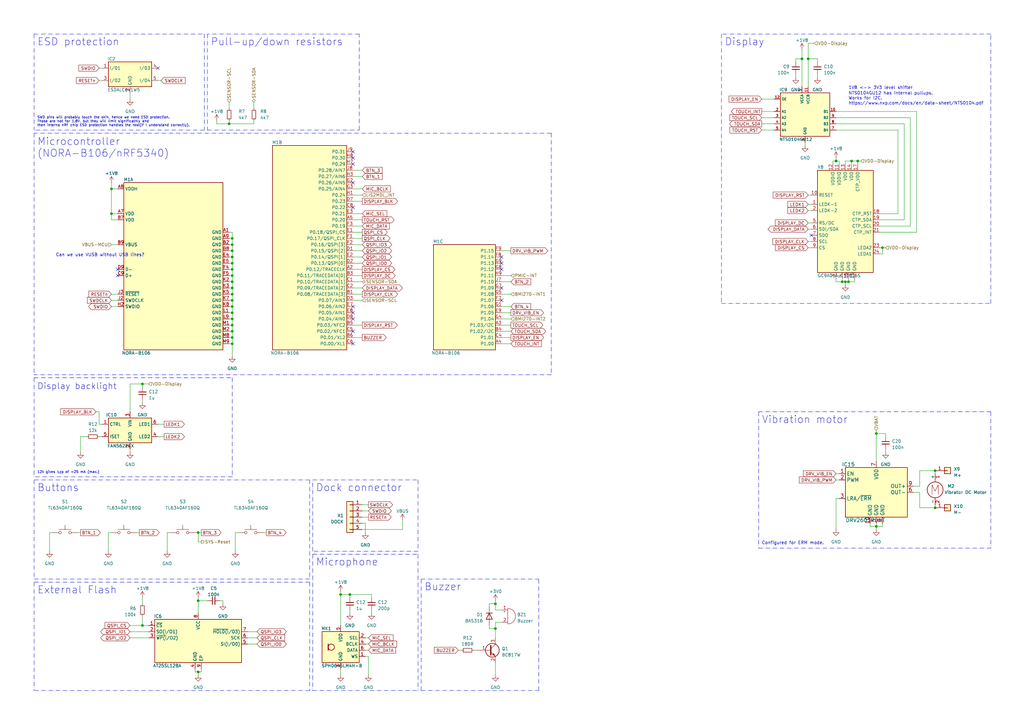
<source format=kicad_sch>
(kicad_sch (version 20230121) (generator eeschema)
  (paper "A3")
  (title_block (title "ZSWatch v2") (date "2023-11-29") (rev "5-Draft") (company "github.com/jakkra/ZSWatch-HW"))
  (junction (at 95.25 123.19))
  (junction (at 95.25 107.95))
  (junction (at 361.95 101.6))
  (junction (at 95.25 100.33))
  (junction (at 331.47 24.13))
  (junction (at 95.25 130.81))
  (junction (at 95.25 115.57))
  (junction (at 58.42 256.54))
  (junction (at 95.25 113.03))
  (junction (at 95.25 138.43))
  (junction (at 203.2 257.81))
  (junction (at 342.9 66.04))
  (junction (at 95.25 110.49))
  (junction (at 143.51 243.84))
  (junction (at 95.25 140.97))
  (junction (at 95.25 105.41))
  (junction (at 359.41 215.9))
  (junction (at 383.54 208.28))
  (junction (at 95.25 118.11))
  (junction (at 95.25 128.27))
  (junction (at 139.7 243.84))
  (junction (at 95.25 97.79))
  (junction (at 93.98 50.8))
  (junction (at 95.25 120.65))
  (junction (at 383.54 193.04))
  (junction (at 58.42 157.48))
  (junction (at 81.28 218.44))
  (junction (at 95.25 135.89))
  (junction (at 346.71 115.57))
  (junction (at 347.98 115.57))
  (junction (at 45.72 77.47))
  (junction (at 95.25 133.35))
  (junction (at 345.44 115.57))
  (junction (at 359.41 177.8))
  (junction (at 81.28 246.38))
  (junction (at 95.25 125.73))
  (junction (at 95.25 102.87))
  (junction (at 328.93 24.13))
  (junction (at 45.72 87.63))
  (junction (at 349.25 66.04))
  (junction (at 203.2 247.65))
  (junction (at 81.28 275.59))
  (junction (at 351.79 66.04))
  (no_connect (at 144.78 140.97))
  (no_connect (at 332.74 96.52))
  (no_connect (at 144.78 67.31))
  (no_connect (at 48.26 113.03))
  (no_connect (at 48.26 110.49))
  (no_connect (at 144.78 62.23))
  (no_connect (at 205.74 123.19))
  (no_connect (at 205.74 107.95))
  (no_connect (at 144.78 64.77))
  (no_connect (at 144.78 135.89))
  (no_connect (at 205.74 105.41))
  (no_connect (at 64.77 27.94))
  (no_connect (at 144.78 125.73))
  (no_connect (at 144.78 128.27))
  (no_connect (at 144.78 74.93))
  (no_connect (at 205.74 110.49))
  (no_connect (at 144.78 85.09))
  (no_connect (at 205.74 118.11))
  (no_connect (at 144.78 130.81))
  (wire (pts (xy 346.71 115.57) (xy 346.71 116.84)))
  (wire (pts (xy 331.47 91.44) (xy 332.74 91.44)))
  (wire (pts (xy 328.93 24.13) (xy 328.93 35.56)))
  (polyline (pts (xy 171.45 226.06) (xy 128.27 226.06)) (stroke (width 0) (type dash_dot)))
  (wire (pts (xy 60.96 157.48) (xy 58.42 157.48)))
  (wire (pts (xy 53.34 157.48) (xy 53.34 168.91)))
  (wire (pts (xy 331.47 83.82) (xy 332.74 83.82)))
  (polyline (pts (xy 127 237.49) (xy 13.97 237.49)) (stroke (width 0) (type dash_dot)))
  (wire (pts (xy 95.25 140.97) (xy 95.25 146.05)))
  (polyline (pts (xy 226.06 54.61) (xy 13.97 54.61)) (stroke (width 0) (type dash_dot)))
  (wire (pts (xy 370.84 50.8) (xy 370.84 90.17)))
  (wire (pts (xy 95.25 97.79) (xy 95.25 100.33)))
  (wire (pts (xy 35.56 179.07) (xy 33.02 179.07)))
  (wire (pts (xy 203.2 246.38) (xy 203.2 247.65)))
  (polyline (pts (xy 311.15 224.79) (xy 406.4 224.79)) (stroke (width 0) (type dash_dot)))
  (wire (pts (xy 205.74 255.27) (xy 203.2 255.27)))
  (wire (pts (xy 95.25 110.49) (xy 95.25 113.03)))
  (wire (pts (xy 41.91 33.02) (xy 40.64 33.02)))
  (wire (pts (xy 45.72 74.93) (xy 45.72 77.47)))
  (wire (pts (xy 143.51 250.19) (xy 143.51 251.46)))
  (wire (pts (xy 40.64 27.94) (xy 41.91 27.94)))
  (wire (pts (xy 151.13 209.55) (xy 148.59 209.55)))
  (wire (pts (xy 88.9 50.8) (xy 88.9 49.53)))
  (wire (pts (xy 331.47 17.78) (xy 331.47 24.13)))
  (wire (pts (xy 345.44 115.57) (xy 346.71 115.57)))
  (polyline (pts (xy 226.06 153.67) (xy 13.97 153.67)) (stroke (width 0) (type dash_dot)))
  (wire (pts (xy 58.42 163.83) (xy 58.42 165.1)))
  (wire (pts (xy 144.78 113.03) (xy 148.59 113.03)))
  (wire (pts (xy 151.13 212.09) (xy 148.59 212.09)))
  (wire (pts (xy 143.51 243.84) (xy 152.4 243.84)))
  (wire (pts (xy 143.51 243.84) (xy 139.7 243.84)))
  (wire (pts (xy 95.25 125.73) (xy 95.25 128.27)))
  (wire (pts (xy 82.55 274.32) (xy 82.55 275.59)))
  (wire (pts (xy 361.95 104.14) (xy 361.95 101.6)))
  (wire (pts (xy 144.78 69.85) (xy 148.59 69.85)))
  (wire (pts (xy 360.68 95.25) (xy 375.92 95.25)))
  (wire (pts (xy 342.9 114.3) (xy 342.9 115.57)))
  (wire (pts (xy 144.78 120.65) (xy 148.59 120.65)))
  (wire (pts (xy 205.74 135.89) (xy 209.55 135.89)))
  (wire (pts (xy 312.42 53.34) (xy 317.5 53.34)))
  (wire (pts (xy 144.78 100.33) (xy 148.59 100.33)))
  (wire (pts (xy 383.54 208.28) (xy 377.19 208.28)))
  (polyline (pts (xy 128.27 196.85) (xy 171.45 196.85)) (stroke (width 0) (type dash_dot)))
  (wire (pts (xy 144.78 82.55) (xy 148.59 82.55)))
  (wire (pts (xy 95.25 133.35) (xy 93.98 133.35)))
  (wire (pts (xy 53.34 38.1) (xy 53.34 40.64)))
  (wire (pts (xy 203.2 257.81) (xy 203.2 261.62)))
  (wire (pts (xy 345.44 115.57) (xy 345.44 114.3)))
  (polyline (pts (xy 295.91 124.46) (xy 406.4 124.46)) (stroke (width 0) (type dash_dot)))
  (polyline (pts (xy 13.97 154.94) (xy 13.97 195.58)) (stroke (width 0) (type dash_dot)))
  (wire (pts (xy 359.41 215.9) (xy 359.41 214.63)))
  (wire (pts (xy 205.74 115.57) (xy 209.55 115.57)))
  (wire (pts (xy 58.42 157.48) (xy 58.42 158.75)))
  (polyline (pts (xy 127 196.85) (xy 127 237.49)) (stroke (width 0) (type dash_dot)))
  (wire (pts (xy 95.25 123.19) (xy 95.25 125.73)))
  (wire (pts (xy 44.45 218.44) (xy 45.72 218.44)))
  (wire (pts (xy 64.77 173.99) (xy 67.31 173.99)))
  (wire (pts (xy 95.25 135.89) (xy 95.25 138.43)))
  (polyline (pts (xy 127 238.76) (xy 127 283.21)) (stroke (width 0) (type dash_dot)))
  (wire (pts (xy 331.47 86.36) (xy 332.74 86.36)))
  (polyline (pts (xy 406.4 124.46) (xy 406.4 13.97)) (stroke (width 0) (type dash_dot)))
  (wire (pts (xy 95.25 135.89) (xy 93.98 135.89)))
  (wire (pts (xy 342.9 196.85) (xy 344.17 196.85)))
  (wire (pts (xy 80.01 274.32) (xy 80.01 275.59)))
  (wire (pts (xy 45.72 120.65) (xy 48.26 120.65)))
  (wire (pts (xy 356.87 214.63) (xy 356.87 215.9)))
  (wire (pts (xy 203.2 257.81) (xy 200.66 257.81)))
  (wire (pts (xy 45.72 123.19) (xy 48.26 123.19)))
  (wire (pts (xy 205.74 113.03) (xy 209.55 113.03)))
  (wire (pts (xy 342.9 194.31) (xy 344.17 194.31)))
  (polyline (pts (xy 311.15 168.91) (xy 311.15 224.79)) (stroke (width 0) (type dash_dot)))
  (wire (pts (xy 149.86 269.24) (xy 151.13 269.24)))
  (wire (pts (xy 205.74 120.65) (xy 209.55 120.65)))
  (wire (pts (xy 53.34 261.62) (xy 60.96 261.62)))
  (wire (pts (xy 205.74 133.35) (xy 209.55 133.35)))
  (wire (pts (xy 144.78 115.57) (xy 148.59 115.57)))
  (polyline (pts (xy 13.97 238.76) (xy 13.97 283.21)) (stroke (width 0) (type dash_dot)))
  (polyline (pts (xy 127 196.85) (xy 13.97 196.85)) (stroke (width 0) (type dash_dot)))
  (wire (pts (xy 346.71 115.57) (xy 347.98 115.57)))
  (wire (pts (xy 351.79 66.04) (xy 351.79 67.31)))
  (wire (pts (xy 95.25 118.11) (xy 93.98 118.11)))
  (wire (pts (xy 31.75 218.44) (xy 33.02 218.44)))
  (wire (pts (xy 81.28 275.59) (xy 82.55 275.59)))
  (wire (pts (xy 375.92 45.72) (xy 375.92 95.25)))
  (wire (pts (xy 95.25 120.65) (xy 95.25 123.19)))
  (polyline (pts (xy 171.45 196.85) (xy 171.45 226.06)) (stroke (width 0) (type dash_dot)))
  (wire (pts (xy 200.66 247.65) (xy 203.2 247.65)))
  (wire (pts (xy 95.25 125.73) (xy 93.98 125.73)))
  (wire (pts (xy 331.47 24.13) (xy 331.47 35.56)))
  (wire (pts (xy 383.54 207.01) (xy 383.54 208.28)))
  (polyline (pts (xy 172.72 283.21) (xy 220.98 283.21)) (stroke (width 0) (type dash_dot)))
  (wire (pts (xy 45.72 87.63) (xy 45.72 77.47)))
  (polyline (pts (xy 95.25 154.94) (xy 95.25 195.58)) (stroke (width 0) (type dash_dot)))
  (wire (pts (xy 205.74 128.27) (xy 209.55 128.27)))
  (wire (pts (xy 359.41 176.53) (xy 359.41 177.8)))
  (wire (pts (xy 97.79 218.44) (xy 96.52 218.44)))
  (polyline (pts (xy 295.91 13.97) (xy 295.91 124.46)) (stroke (width 0) (type dash_dot)))
  (polyline (pts (xy 226.06 54.61) (xy 226.06 153.67)) (stroke (width 0) (type dash_dot)))
  (wire (pts (xy 95.25 110.49) (xy 93.98 110.49)))
  (polyline (pts (xy 13.97 13.97) (xy 13.97 53.34)) (stroke (width 0) (type dash_dot)))
  (wire (pts (xy 342.9 45.72) (xy 375.92 45.72)))
  (wire (pts (xy 144.78 90.17) (xy 148.59 90.17)))
  (wire (pts (xy 312.42 40.64) (xy 317.5 40.64)))
  (wire (pts (xy 95.25 115.57) (xy 95.25 118.11)))
  (wire (pts (xy 342.9 115.57) (xy 345.44 115.57)))
  (wire (pts (xy 361.95 214.63) (xy 361.95 215.9)))
  (wire (pts (xy 90.17 246.38) (xy 91.44 246.38)))
  (wire (pts (xy 139.7 243.84) (xy 139.7 256.54)))
  (wire (pts (xy 95.25 115.57) (xy 93.98 115.57)))
  (wire (pts (xy 203.2 255.27) (xy 203.2 257.81)))
  (polyline (pts (xy 127 238.76) (xy 13.97 238.76)) (stroke (width 0) (type dash_dot)))
  (wire (pts (xy 45.72 100.33) (xy 48.26 100.33)))
  (wire (pts (xy 374.65 199.39) (xy 377.19 199.39)))
  (wire (pts (xy 144.78 97.79) (xy 148.59 97.79)))
  (wire (pts (xy 139.7 274.32) (xy 139.7 276.86)))
  (polyline (pts (xy 406.4 168.91) (xy 406.4 224.79)) (stroke (width 0) (type dash_dot)))
  (wire (pts (xy 45.72 90.17) (xy 45.72 87.63)))
  (wire (pts (xy 152.4 243.84) (xy 152.4 245.11)))
  (wire (pts (xy 359.41 215.9) (xy 359.41 217.17)))
  (polyline (pts (xy 85.09 13.97) (xy 85.09 53.34)) (stroke (width 0) (type dash_dot)))
  (wire (pts (xy 68.58 218.44) (xy 69.85 218.44)))
  (wire (pts (xy 41.91 173.99) (xy 40.64 173.99)))
  (wire (pts (xy 95.25 95.25) (xy 95.25 97.79)))
  (wire (pts (xy 205.74 125.73) (xy 209.55 125.73)))
  (polyline (pts (xy 127 283.21) (xy 13.97 283.21)) (stroke (width 0) (type dash_dot)))
  (polyline (pts (xy 128.27 227.33) (xy 128.27 283.21)) (stroke (width 0) (type dash_dot)))
  (wire (pts (xy 20.32 218.44) (xy 20.32 226.06)))
  (wire (pts (xy 200.66 248.92) (xy 200.66 247.65)))
  (wire (pts (xy 95.25 102.87) (xy 93.98 102.87)))
  (polyline (pts (xy 406.4 168.91) (xy 311.15 168.91)) (stroke (width 0) (type dash_dot)))
  (wire (pts (xy 356.87 215.9) (xy 359.41 215.9)))
  (wire (pts (xy 344.17 66.04) (xy 342.9 66.04)))
  (wire (pts (xy 165.1 213.36) (xy 165.1 217.17)))
  (wire (pts (xy 95.25 118.11) (xy 95.25 120.65)))
  (polyline (pts (xy 128.27 226.06) (xy 128.27 196.85)) (stroke (width 0) (type dash_dot)))
  (wire (pts (xy 347.98 115.57) (xy 350.52 115.57)))
  (polyline (pts (xy 83.82 13.97) (xy 83.82 53.34)) (stroke (width 0) (type dash_dot)))
  (wire (pts (xy 95.25 95.25) (xy 93.98 95.25)))
  (wire (pts (xy 148.59 217.17) (xy 165.1 217.17)))
  (wire (pts (xy 361.95 215.9) (xy 359.41 215.9)))
  (wire (pts (xy 81.28 246.38) (xy 81.28 245.11)))
  (wire (pts (xy 58.42 256.54) (xy 60.96 256.54)))
  (wire (pts (xy 95.25 97.79) (xy 93.98 97.79)))
  (wire (pts (xy 81.28 246.38) (xy 81.28 251.46)))
  (wire (pts (xy 95.25 128.27) (xy 95.25 130.81)))
  (wire (pts (xy 95.25 133.35) (xy 95.25 135.89)))
  (wire (pts (xy 53.34 256.54) (xy 58.42 256.54)))
  (wire (pts (xy 383.54 193.04) (xy 383.54 194.31)))
  (wire (pts (xy 149.86 266.7) (xy 151.13 266.7)))
  (wire (pts (xy 95.25 130.81) (xy 93.98 130.81)))
  (wire (pts (xy 68.58 218.44) (xy 68.58 226.06)))
  (wire (pts (xy 363.22 177.8) (xy 363.22 179.07)))
  (wire (pts (xy 342.9 204.47) (xy 342.9 217.17)))
  (wire (pts (xy 144.78 72.39) (xy 148.59 72.39)))
  (wire (pts (xy 342.9 66.04) (xy 341.63 66.04)))
  (wire (pts (xy 368.3 53.34) (xy 368.3 87.63)))
  (wire (pts (xy 93.98 50.8) (xy 88.9 50.8)))
  (polyline (pts (xy 406.4 13.97) (xy 295.91 13.97)) (stroke (width 0) (type dash_dot)))
  (wire (pts (xy 53.34 259.08) (xy 60.96 259.08)))
  (wire (pts (xy 95.25 140.97) (xy 93.98 140.97)))
  (wire (pts (xy 187.96 266.7) (xy 189.23 266.7)))
  (polyline (pts (xy 171.45 227.33) (xy 171.45 283.21)) (stroke (width 0) (type dash_dot)))
  (wire (pts (xy 149.86 261.62) (xy 151.13 261.62)))
  (wire (pts (xy 312.42 48.26) (xy 317.5 48.26)))
  (wire (pts (xy 312.42 45.72) (xy 317.5 45.72)))
  (wire (pts (xy 330.2 58.42) (xy 330.2 59.69)))
  (wire (pts (xy 203.2 247.65) (xy 203.2 250.19)))
  (wire (pts (xy 148.59 214.63) (xy 149.86 214.63)))
  (wire (pts (xy 312.42 50.8) (xy 317.5 50.8)))
  (wire (pts (xy 91.44 246.38) (xy 91.44 247.65)))
  (wire (pts (xy 326.39 25.4) (xy 326.39 24.13)))
  (wire (pts (xy 95.25 113.03) (xy 95.25 115.57)))
  (wire (pts (xy 331.47 80.01) (xy 332.74 80.01)))
  (wire (pts (xy 344.17 66.04) (xy 344.17 67.31)))
  (wire (pts (xy 66.04 33.02) (xy 64.77 33.02)))
  (wire (pts (xy 359.41 177.8) (xy 363.22 177.8)))
  (polyline (pts (xy 95.25 195.58) (xy 13.97 195.58)) (stroke (width 0) (type dash_dot)))
  (polyline (pts (xy 147.32 53.34) (xy 147.32 13.97)) (stroke (width 0) (type dash_dot)))
  (wire (pts (xy 344.17 204.47) (xy 342.9 204.47)))
  (wire (pts (xy 205.74 140.97) (xy 209.55 140.97)))
  (wire (pts (xy 144.78 102.87) (xy 148.59 102.87)))
  (wire (pts (xy 95.25 138.43) (xy 93.98 138.43)))
  (wire (pts (xy 58.42 157.48) (xy 53.34 157.48)))
  (wire (pts (xy 107.95 218.44) (xy 109.22 218.44)))
  (wire (pts (xy 349.25 66.04) (xy 351.79 66.04)))
  (wire (pts (xy 95.25 107.95) (xy 95.25 110.49)))
  (wire (pts (xy 81.28 218.44) (xy 82.55 218.44)))
  (wire (pts (xy 104.14 41.91) (xy 104.14 44.45)))
  (wire (pts (xy 359.41 177.8) (xy 359.41 189.23)))
  (wire (pts (xy 203.2 271.78) (xy 203.2 276.86)))
  (polyline (pts (xy 85.09 53.34) (xy 147.32 53.34)) (stroke (width 0) (type dash_dot)))
  (wire (pts (xy 144.78 123.19) (xy 148.59 123.19)))
  (wire (pts (xy 81.28 222.25) (xy 81.28 218.44)))
  (wire (pts (xy 96.52 218.44) (xy 96.52 226.06)))
  (wire (pts (xy 139.7 242.57) (xy 139.7 243.84)))
  (wire (pts (xy 104.14 49.53) (xy 104.14 50.8)))
  (polyline (pts (xy 13.97 154.94) (xy 95.25 154.94)) (stroke (width 0) (type dash_dot)))
  (wire (pts (xy 335.28 25.4) (xy 335.28 24.13)))
  (polyline (pts (xy 147.32 13.97) (xy 85.09 13.97)) (stroke (width 0) (type dash_dot)))
  (polyline (pts (xy 13.97 13.97) (xy 83.82 13.97)) (stroke (width 0) (type dash_dot)))
  (polyline (pts (xy 128.27 283.21) (xy 171.45 283.21)) (stroke (width 0) (type dash_dot)))
  (wire (pts (xy 377.19 199.39) (xy 377.19 193.04)))
  (wire (pts (xy 95.25 138.43) (xy 95.25 140.97)))
  (wire (pts (xy 342.9 53.34) (xy 368.3 53.34)))
  (wire (pts (xy 144.78 95.25) (xy 148.59 95.25)))
  (wire (pts (xy 151.13 207.01) (xy 148.59 207.01)))
  (wire (pts (xy 149.86 214.63) (xy 149.86 218.44)))
  (wire (pts (xy 360.68 92.71) (xy 373.38 92.71)))
  (wire (pts (xy 331.47 99.06) (xy 332.74 99.06)))
  (wire (pts (xy 144.78 105.41) (xy 148.59 105.41)))
  (wire (pts (xy 95.25 120.65) (xy 93.98 120.65)))
  (wire (pts (xy 95.25 105.41) (xy 93.98 105.41)))
  (wire (pts (xy 95.25 130.81) (xy 95.25 133.35)))
  (wire (pts (xy 346.71 66.04) (xy 349.25 66.04)))
  (wire (pts (xy 95.25 100.33) (xy 95.25 102.87)))
  (polyline (pts (xy 13.97 54.61) (xy 13.97 153.67)) (stroke (width 0) (type dash_dot)))
  (wire (pts (xy 39.37 168.91) (xy 40.64 168.91)))
  (wire (pts (xy 104.14 50.8) (xy 93.98 50.8)))
  (wire (pts (xy 33.02 179.07) (xy 33.02 185.42)))
  (wire (pts (xy 144.78 87.63) (xy 148.59 87.63)))
  (wire (pts (xy 360.68 101.6) (xy 361.95 101.6)))
  (polyline (pts (xy 128.27 227.33) (xy 171.45 227.33)) (stroke (width 0) (type dash_dot)))
  (wire (pts (xy 144.78 107.95) (xy 148.59 107.95)))
  (wire (pts (xy 44.45 218.44) (xy 44.45 226.06)))
  (polyline (pts (xy 13.97 196.85) (xy 13.97 237.49)) (stroke (width 0) (type dash_dot)))
  (wire (pts (xy 350.52 115.57) (xy 350.52 114.3)))
  (wire (pts (xy 326.39 30.48) (xy 326.39 31.75)))
  (wire (pts (xy 205.74 130.81) (xy 209.55 130.81)))
  (wire (pts (xy 143.51 243.84) (xy 143.51 245.11)))
  (wire (pts (xy 144.78 118.11) (xy 148.59 118.11)))
  (wire (pts (xy 360.68 90.17) (xy 370.84 90.17)))
  (wire (pts (xy 326.39 24.13) (xy 328.93 24.13)))
  (wire (pts (xy 93.98 41.91) (xy 93.98 44.45)))
  (wire (pts (xy 95.25 105.41) (xy 95.25 107.95)))
  (wire (pts (xy 95.25 128.27) (xy 93.98 128.27)))
  (wire (pts (xy 194.31 266.7) (xy 195.58 266.7)))
  (wire (pts (xy 95.25 113.03) (xy 93.98 113.03)))
  (wire (pts (xy 53.34 184.15) (xy 53.34 185.42)))
  (wire (pts (xy 81.28 246.38) (xy 85.09 246.38)))
  (wire (pts (xy 81.28 275.59) (xy 81.28 276.86)))
  (wire (pts (xy 151.13 269.24) (xy 151.13 276.86)))
  (wire (pts (xy 101.6 261.62) (xy 105.41 261.62)))
  (wire (pts (xy 80.01 218.44) (xy 81.28 218.44)))
  (wire (pts (xy 205.74 102.87) (xy 209.55 102.87)))
  (wire (pts (xy 334.01 17.78) (xy 331.47 17.78)))
  (wire (pts (xy 58.42 252.73) (xy 58.42 256.54)))
  (wire (pts (xy 342.9 50.8) (xy 370.84 50.8)))
  (wire (pts (xy 144.78 77.47) (xy 148.59 77.47)))
  (wire (pts (xy 342.9 48.26) (xy 373.38 48.26)))
  (wire (pts (xy 101.6 259.08) (xy 105.41 259.08)))
  (wire (pts (xy 21.59 218.44) (xy 20.32 218.44)))
  (wire (pts (xy 93.98 49.53) (xy 93.98 50.8)))
  (wire (pts (xy 200.66 256.54) (xy 200.66 257.81)))
  (wire (pts (xy 40.64 173.99) (xy 40.64 168.91)))
  (wire (pts (xy 328.93 20.32) (xy 328.93 24.13)))
  (wire (pts (xy 45.72 77.47) (xy 48.26 77.47)))
  (wire (pts (xy 331.47 93.98) (xy 332.74 93.98)))
  (wire (pts (xy 360.68 87.63) (xy 368.3 87.63)))
  (polyline (pts (xy 172.72 283.21) (xy 172.72 237.49)) (stroke (width 0) (type dash_dot)))
  (wire (pts (xy 205.74 138.43) (xy 209.55 138.43)))
  (wire (pts (xy 64.77 179.07) (xy 67.31 179.07)))
  (wire (pts (xy 335.28 24.13) (xy 331.47 24.13)))
  (wire (pts (xy 361.95 101.6) (xy 363.22 101.6)))
  (wire (pts (xy 351.79 66.04) (xy 353.06 66.04)))
  (polyline (pts (xy 172.72 237.49) (xy 220.98 237.49)) (stroke (width 0) (type dash_dot)))
  (wire (pts (xy 95.25 123.19) (xy 93.98 123.19)))
  (wire (pts (xy 349.25 66.04) (xy 349.25 67.31)))
  (wire (pts (xy 347.98 115.57) (xy 347.98 114.3)))
  (wire (pts (xy 45.72 125.73) (xy 48.26 125.73)))
  (wire (pts (xy 152.4 250.19) (xy 152.4 251.46)))
  (wire (pts (xy 149.86 264.16) (xy 151.13 264.16)))
  (wire (pts (xy 101.6 264.16) (xy 105.41 264.16)))
  (wire (pts (xy 346.71 67.31) (xy 346.71 66.04)))
  (wire (pts (xy 144.78 138.43) (xy 148.59 138.43)))
  (wire (pts (xy 144.78 80.01) (xy 148.59 80.01)))
  (wire (pts (xy 144.78 92.71) (xy 148.59 92.71)))
  (wire (pts (xy 373.38 48.26) (xy 373.38 92.71)))
  (wire (pts (xy 45.72 87.63) (xy 48.26 87.63)))
  (wire (pts (xy 363.22 184.15) (xy 363.22 185.42)))
  (wire (pts (xy 144.78 133.35) (xy 148.59 133.35)))
  (wire (pts (xy 331.47 101.6) (xy 332.74 101.6)))
  (wire (pts (xy 48.26 90.17) (xy 45.72 90.17)))
  (wire (pts (xy 144.78 110.49) (xy 148.59 110.49)))
  (wire (pts (xy 58.42 245.11) (xy 58.42 247.65)))
  (wire (pts (xy 95.25 107.95) (xy 93.98 107.95)))
  (wire (pts (xy 360.68 104.14) (xy 361.95 104.14)))
  (wire (pts (xy 80.01 275.59) (xy 81.28 275.59)))
  (wire (pts (xy 374.65 201.93) (xy 377.19 201.93)))
  (wire (pts (xy 203.2 250.19) (xy 205.74 250.19)))
  (wire (pts (xy 41.91 179.07) (xy 40.64 179.07)))
  (wire (pts (xy 342.9 64.77) (xy 342.9 66.04)))
  (wire (pts (xy 377.19 201.93) (xy 377.19 208.28)))
  (polyline (pts (xy 83.82 53.34) (xy 13.97 53.34)) (stroke (width 0) (type dash_dot)))
  (polyline (pts (xy 220.98 283.21) (xy 220.98 237.49)) (stroke (width 0) (type dash_dot)))
  (wire (pts (xy 55.88 218.44) (xy 57.15 218.44)))
  (wire (pts (xy 377.19 193.04) (xy 383.54 193.04)))
  (wire (pts (xy 82.55 222.25) (xy 81.28 222.25)))
  (wire (pts (xy 95.25 100.33) (xy 93.98 100.33)))
  (wire (pts (xy 335.28 30.48) (xy 335.28 31.75)))
  (wire (pts (xy 341.63 66.04) (xy 341.63 67.31)))
  (wire (pts (xy 95.25 102.87) (xy 95.25 105.41)))
  (text "Can we use VUSB without USB lines?" (at 22.86 105.41 0) (effects (font (size 1.27 1.27)) (justify left bottom)))
  (text "Buttons" (at 15.24 201.93 0) (effects (font (size 3 3)) (justify left bottom)))
  (text "12k gives I_{LED} of <25 mA (max.)" (at 15.24 194.31 0) (effects (font (size 1 1)) (justify left bottom)))
  (text "Vibration motor" (at 312.42 173.99 0) (effects (font (size 3 3)) (justify left bottom)))
  (text "Buzzer" (at 173.99 242.57 0) (effects (font (size 3 3)) (justify left bottom)))
  (text "Pull-up/down resistors" (at 86.36 19.05 0) (effects (font (size 3 3)) (justify left bottom)))
  (text "Microphone" (at 129.54 232.41 0) (effects (font (size 3 3)) (justify left bottom)))
  (text "SWD pins will probably touch the skin, hence we need ESD protection.\nThose are not for 1.8V, but they will limit significatnly and\nthen interna nRF chip ESD protection handles the rest(if I understand correctly)." (at 15.24 52.07 0) (effects (font (size 1 1)) (justify left bottom)))
  (text "Display" (at 297.18 19.05 0) (effects (font (size 3 3)) (justify left bottom)))
  (text "1V8 <-> 3V3 level shifter" (at 347.98 36.83 0) (effects (font (size 1.27 1.27)) (justify left bottom)))
  (text "NTS0104GU12 has internal pullups.\nWorks for I2C.\nhttps://www.nxp.com/docs/en/data-sheet/NTS0104.pdf" (at 347.98 43.18 0) (effects (font (size 1.27 1.27)) (justify left bottom)))
  (text "Microcontroller\n(NORA-B106/nRF5340)" (at 15.24 64.77 0) (effects (font (size 3 3)) (justify left bottom)))
  (text "Display backlight" (at 15.24 160.02 0) (effects (font (size 2.5 2.5)) (justify left bottom)))
  (text "Configured for ERM mode." (at 312.42 223.52 0) (effects (font (size 1.27 1.27)) (justify left bottom)))
  (text "Dock connector" (at 129.54 201.93 0) (effects (font (size 3 3)) (justify left bottom)))
  (text "External Flash" (at 15.24 243.84 0) (effects (font (size 3 3)) (justify left bottom)))
  (text "ESD protection" (at 15.24 19.05 0) (effects (font (size 3 3)) (justify left bottom)))
  (global_label "QSPI_CLK" (shape output) (at 148.59 97.79 0) (property "Intersheetrefs" "${INTERSHEET_REFS}" (effects hide)))
  (global_label "DISPLAY_RST" (shape output) (at 148.59 133.35 0) (property "Intersheetrefs" "${INTERSHEET_REFS}" (effects hide)))
  (global_label "DRV_VIB_EN" (shape output) (at 209.55 128.27 0) (property "Intersheetrefs" "${INTERSHEET_REFS}" (effects hide)))
  (global_label "BTN_4" (shape output) (at 109.22 218.44 0) (property "Intersheetrefs" "${INTERSHEET_REFS}" (effects hide)))
  (global_label "MIC_DATA" (shape input) (at 151.13 266.7 0) (property "Intersheetrefs" "${INTERSHEET_REFS}" (effects hide)))
  (global_label "QSPI_CS" (shape output) (at 148.59 95.25 0) (property "Intersheetrefs" "${INTERSHEET_REFS}" (effects hide)))
  (global_label "QSPI_IO0" (shape bidirectional) (at 105.41 264.16 0) (property "Intersheetrefs" "${INTERSHEET_REFS}" (effects hide)))
  (global_label "TOUCH_SDA" (shape bidirectional) (at 209.55 135.89 0) (property "Intersheetrefs" "${INTERSHEET_REFS}" (effects hide)))
  (global_label "RESETn" (shape input) (at 40.64 33.02 180) (property "Intersheetrefs" "${INTERSHEET_REFS}" (effects hide)))
  (global_label "SWDIO" (shape bidirectional) (at 151.13 209.55 0) (property "Intersheetrefs" "${INTERSHEET_REFS}" (effects hide)))
  (global_label "MIC_SEL" (shape input) (at 148.59 87.63 0) (property "Intersheetrefs" "${INTERSHEET_REFS}" (effects hide)))
  (global_label "TOUCH_RST" (shape output) (at 148.59 90.17 0) (property "Intersheetrefs" "${INTERSHEET_REFS}" (effects hide)))
  (global_label "DRV_VIB_PWM" (shape output) (at 209.55 102.87 0) (property "Intersheetrefs" "${INTERSHEET_REFS}" (effects hide)))
  (global_label "SWDIO" (shape input) (at 40.64 27.94 180) (property "Intersheetrefs" "${INTERSHEET_REFS}" (effects hide)))
  (global_label "MIC_SEL" (shape input) (at 151.13 261.62 0) (property "Intersheetrefs" "${INTERSHEET_REFS}" (effects hide)))
  (global_label "RESETn" (shape input) (at 45.72 120.65 180) (property "Intersheetrefs" "${INTERSHEET_REFS}" (effects hide)))
  (global_label "QSPI_IO0" (shape bidirectional) (at 148.59 107.95 0) (property "Intersheetrefs" "${INTERSHEET_REFS}" (effects hide)))
  (global_label "QSPI_IO3" (shape bidirectional) (at 148.59 100.33 0) (property "Intersheetrefs" "${INTERSHEET_REFS}" (effects hide)))
  (global_label "BTN_4" (shape input) (at 209.55 125.73 0) (property "Intersheetrefs" "${INTERSHEET_REFS}" (effects hide)))
  (global_label "QSPI_IO1" (shape bidirectional) (at 53.34 259.08 180) (property "Intersheetrefs" "${INTERSHEET_REFS}" (effects hide)))
  (global_label "QSPI_IO1" (shape bidirectional) (at 148.59 105.41 0) (property "Intersheetrefs" "${INTERSHEET_REFS}" (effects hide)))
  (global_label "SWDCLK" (shape output) (at 151.13 207.01 0) (property "Intersheetrefs" "${INTERSHEET_REFS}" (effects hide)))
  (global_label "DISPLAY_CLK" (shape input) (at 331.47 99.06 180) (property "Intersheetrefs" "${INTERSHEET_REFS}" (effects hide)))
  (global_label "DISPLAY_DATA" (shape bidirectional) (at 331.47 93.98 180) (property "Intersheetrefs" "${INTERSHEET_REFS}" (effects hide)))
  (global_label "TOUCH_INT" (shape output) (at 312.42 45.72 180) (property "Intersheetrefs" "${INTERSHEET_REFS}" (effects hide)))
  (global_label "BTN_2" (shape input) (at 209.55 115.57 0) (property "Intersheetrefs" "${INTERSHEET_REFS}" (effects hide)))
  (global_label "QSPI_CLK" (shape input) (at 105.41 261.62 0) (property "Intersheetrefs" "${INTERSHEET_REFS}" (effects hide)))
  (global_label "DISPLAY_DATA" (shape bidirectional) (at 148.59 118.11 0) (property "Intersheetrefs" "${INTERSHEET_REFS}" (effects hide)))
  (global_label "DISPLAY_DC" (shape output) (at 148.59 113.03 0) (property "Intersheetrefs" "${INTERSHEET_REFS}" (effects hide)))
  (global_label "TOUCH_INT" (shape input) (at 209.55 140.97 0) (property "Intersheetrefs" "${INTERSHEET_REFS}" (effects hide)))
  (global_label "BTN_3" (shape output) (at 82.55 218.44 0) (property "Intersheetrefs" "${INTERSHEET_REFS}" (effects hide)))
  (global_label "TOUCH_SCL" (shape output) (at 209.55 133.35 0) (property "Intersheetrefs" "${INTERSHEET_REFS}" (effects hide)))
  (global_label "QSPI_IO3" (shape bidirectional) (at 105.41 259.08 0) (property "Intersheetrefs" "${INTERSHEET_REFS}" (effects hide)))
  (global_label "TOUCH_RST" (shape input) (at 312.42 53.34 180) (property "Intersheetrefs" "${INTERSHEET_REFS}" (effects hide)))
  (global_label "BTN_1" (shape output) (at 33.02 218.44 0) (property "Intersheetrefs" "${INTERSHEET_REFS}" (effects hide)))
  (global_label "BUZZER" (shape input) (at 187.96 266.7 180) (property "Intersheetrefs" "${INTERSHEET_REFS}" (effects hide)))
  (global_label "DRV_VIB_EN" (shape input) (at 342.9 194.31 180) (property "Intersheetrefs" "${INTERSHEET_REFS}" (effects hide)))
  (global_label "SWDCLK" (shape input) (at 45.72 123.19 180) (property "Intersheetrefs" "${INTERSHEET_REFS}" (effects hide)))
  (global_label "MIC_BCLK" (shape input) (at 148.59 77.47 0) (property "Intersheetrefs" "${INTERSHEET_REFS}" (effects hide)))
  (global_label "BTN_2" (shape output) (at 57.15 218.44 0) (property "Intersheetrefs" "${INTERSHEET_REFS}" (effects hide)))
  (global_label "QSPI_IO2" (shape bidirectional) (at 148.59 102.87 0) (property "Intersheetrefs" "${INTERSHEET_REFS}" (effects hide)))
  (global_label "LEDK2" (shape input) (at 331.47 86.36 180) (property "Intersheetrefs" "${INTERSHEET_REFS}" (effects hide)))
  (global_label "RESETn" (shape output) (at 151.13 212.09 0) (property "Intersheetrefs" "${INTERSHEET_REFS}" (effects hide)))
  (global_label "DISPLAY_BLK" (shape output) (at 148.59 82.55 0) (property "Intersheetrefs" "${INTERSHEET_REFS}" (effects hide)))
  (global_label "BTN_3" (shape input) (at 148.59 69.85 0) (property "Intersheetrefs" "${INTERSHEET_REFS}" (effects hide)))
  (global_label "DISPLAY_CLK" (shape output) (at 148.59 120.65 0) (property "Intersheetrefs" "${INTERSHEET_REFS}" (effects hide)))
  (global_label "LEDK2" (shape output) (at 67.31 179.07 0) (property "Intersheetrefs" "${INTERSHEET_REFS}" (effects hide)))
  (global_label "TOUCH_SCL" (shape input) (at 312.42 48.26 180) (property "Intersheetrefs" "${INTERSHEET_REFS}" (effects hide)))
  (global_label "BUZZER" (shape output) (at 148.59 138.43 0) (property "Intersheetrefs" "${INTERSHEET_REFS}" (effects hide)))
  (global_label "TOUCH_SDA" (shape output) (at 312.42 50.8 180) (property "Intersheetrefs" "${INTERSHEET_REFS}" (effects hide)))
  (global_label "DISPLAY_CS" (shape input) (at 331.47 101.6 180) (property "Intersheetrefs" "${INTERSHEET_REFS}" (effects hide)))
  (global_label "QSPI_IO2" (shape bidirectional) (at 53.34 261.62 180) (property "Intersheetrefs" "${INTERSHEET_REFS}" (effects hide)))
  (global_label "DRV_VIB_PWM" (shape input) (at 342.9 196.85 180) (property "Intersheetrefs" "${INTERSHEET_REFS}" (effects hide)))
  (global_label "LEDK1" (shape input) (at 331.47 83.82 180) (property "Intersheetrefs" "${INTERSHEET_REFS}" (effects hide)))
  (global_label "DISPLAY_BLK" (shape input) (at 39.37 168.91 180) (property "Intersheetrefs" "${INTERSHEET_REFS}" (effects hide)))
  (global_label "QSPI_CS" (shape input) (at 53.34 256.54 180) (property "Intersheetrefs" "${INTERSHEET_REFS}" (effects hide)))
  (global_label "BTN_1" (shape input) (at 148.59 72.39 0) (property "Intersheetrefs" "${INTERSHEET_REFS}" (effects hide)))
  (global_label "SWDCLK" (shape input) (at 66.04 33.02 0) (property "Intersheetrefs" "${INTERSHEET_REFS}" (effects hide)))
  (global_label "DISPLAY_CS" (shape output) (at 148.59 110.49 0) (property "Intersheetrefs" "${INTERSHEET_REFS}" (effects hide)))
  (global_label "SWDIO" (shape bidirectional) (at 45.72 125.73 180) (property "Intersheetrefs" "${INTERSHEET_REFS}" (effects hide)))
  (global_label "MIC_DATA" (shape input) (at 148.59 92.71 0) (property "Intersheetrefs" "${INTERSHEET_REFS}" (effects hide)))
  (global_label "MIC_BCLK" (shape input) (at 151.13 264.16 0) (property "Intersheetrefs" "${INTERSHEET_REFS}" (effects hide)))
  (global_label "DISPLAY_DC" (shape input) (at 331.47 91.44 180) (property "Intersheetrefs" "${INTERSHEET_REFS}" (effects hide)))
  (global_label "LEDK1" (shape output) (at 67.31 173.99 0) (property "Intersheetrefs" "${INTERSHEET_REFS}" (effects hide)))
  (global_label "DISPLAY_EN" (shape output) (at 209.55 138.43 0) (property "Intersheetrefs" "${INTERSHEET_REFS}" (effects hide)))
  (global_label "DISPLAY_RST" (shape input) (at 331.47 80.01 180) (property "Intersheetrefs" "${INTERSHEET_REFS}" (effects hide)))
  (global_label "DISPLAY_EN" (shape input) (at 312.42 40.64 180) (property "Intersheetrefs" "${INTERSHEET_REFS}" (effects hide)))
  (hierarchical_label "PMIC-INT" (shape input) (at 209.55 113.03 0))
  (hierarchical_label "VDD-Display" (shape input) (at 353.06 66.04 0))
  (hierarchical_label "VDD-Display" (shape input) (at 60.96 157.48 0))
  (hierarchical_label "VDD-Display" (shape input) (at 363.22 101.6 0))
  (hierarchical_label "VBUS-MCU" (shape input) (at 45.72 100.33 180))
  (hierarchical_label "VDD-Display" (shape input) (at 334.01 17.78 0))
  (hierarchical_label "VBAT" (shape input) (at 359.41 176.53 90))
  (hierarchical_label "BMI270-INT2" (shape input) (at 209.55 130.81 0))
  (hierarchical_label "SENSOR-SDA" (shape bidirectional) (at 104.14 41.91 90))
  (hierarchical_label "SENSOR-SCL" (shape input) (at 148.59 123.19 0))
  (hierarchical_label "BMI270-INT1" (shape input) (at 209.55 120.65 0))
  (hierarchical_label "SENSOR-SDA" (shape bidirectional) (at 148.59 115.57 0))
  (hierarchical_label "SENSOR-SCL" (shape input) (at 93.98 41.91 90))
  (hierarchical_label "LIS2MDL_INT" (shape input) (at 148.59 80.01 0))
  (hierarchical_label "SYS-Reset" (shape output) (at 82.55 222.25 0))
  (symbol (lib_id "Switch:SW_Push") (at 74.93 218.44 0) (unit 1)
    (property "Reference" "S3" (at 74.93 205.74 0))
    (property "Value" "TL6340AF160Q" (at 74.93 208.28 0))
    (property "Footprint" "E-Switch:TL6340AF160Q_Modified" (effects hide))
    (property "Distributor" "Mouser" (effects hide))
    (property "Mfr." "E-Switch" (effects hide))
    (property "Mfr. No." "TL6340AF160Q" (effects hide))
    (property "Order Number" "612-TL6340AF160Q" (effects hide))
  )
  (symbol (lib_id "power:GND") (at 58.42 165.1 0) (unit 1)
    (property "Reference" "#PWR055" (effects hide))
    (property "Value" "GND" (at 58.42 170.18 0))
    (instances (project "ZSWatch" (path "" (reference "#PWR055") (unit 1)) (path "" (reference "#PWR078") (unit 1))))
  )
  (symbol (lib_id "power:GND") (at 143.51 251.46 0) (unit 1)
    (property "Reference" "#PWR055" (effects hide))
    (property "Value" "GND" (at 143.51 256.54 0))
    (instances (project "ZSWatch" (path "" (reference "#PWR055") (unit 1)) (path "" (reference "#PWR060") (unit 1))))
  )
  (symbol (lib_id "Device:R_Small") (at 104.14 46.99 0) (unit 1)
    (property "Reference" "R8" (at 106.68 45.7199 0) (effects (justify left)))
    (property "Value" "4k7" (at 106.68 48.2599 0) (effects (justify left)))
    (property "Footprint" "Resistor_SMD:R_0603_1608Metric" (effects hide))
    (property "Mfr." "Yageo" (effects hide))
    (property "Mfr. No." "RC0603FR-074K7L" (effects hide))
    (property "Distributor" "Mouser" (effects hide))
    (property "Order Number" "603-RC0603FR-074K7L" (effects hide))
    (instances (project "ZSWatch" (path "" (reference "R8") (unit 1)) (path "" (reference "R5") (unit 1))))
  )
  (symbol (lib_id "power:VBUS") (at 165.1 213.36 0) (mirror y) (unit 1)
    (property "Reference" "#PWR020" (effects hide))
    (property "Value" "VBUS" (at 165.1 209.6516 0))
    (instances (project "ZSWatch" (path "" (reference "#PWR020") (unit 1)) (path "" (reference "#PWR064") (unit 1))))
  )
  (symbol (lib_id "power:+1V8") (at 58.42 245.11 0) (unit 1)
    (property "Reference" "#PWR026" (effects hide))
    (property "Value" "+1V8" (at 58.42 241.3 0))
    (instances (project "ZSWatch" (path "" (reference "#PWR026") (unit 1)) (path "" (reference "#PWR050") (unit 1))))
  )
  (symbol (lib_id "power:+1V8") (at 45.72 74.93 0) (unit 1)
    (property "Reference" "#PWR02" (effects hide))
    (property "Value" "+1V8" (at 45.72 71.12 0))
    (instances (project "ZSWatch" (path "" (reference "#PWR02") (unit 1)) (path "" (reference "#PWR048") (unit 1))))
  )
  (symbol (lib_id "power:GND") (at 346.71 116.84 0) (unit 1)
    (property "Reference" "#PWR051" (effects hide))
    (property "Value" "GND" (at 346.71 121.92 0))
    (instances (project "ZSWatch" (path "" (reference "#PWR051") (unit 1)) (path "" (reference "#PWR072") (unit 1))))
  )
  (symbol (lib_id "Connector_Generic:Conn_01x01") (at 388.62 193.04 0) (unit 1) (in_bom no)
    (property "Reference" "X9" (at 391.16 192.405 0) (effects (justify left)))
    (property "Value" "M+" (at 391.16 194.945 0) (effects (justify left)))
    (property "Footprint" "TestPoint:TestPoint_Pad_1.0x1.0mm" (effects hide))
    (instances (project "ZSWatch" (path "" (reference "X9") (unit 1)) (path "" (reference "X4") (unit 1))))
  )
  (symbol (lib_id "Device:C_Small") (at 143.51 247.65 180) (unit 1)
    (property "Reference" "C12" (at 146.05 247.0086 0) (effects (justify right)))
    (property "Value" "1u" (at 146.05 249.5486 0) (effects (justify right)))
    (property "Footprint" "Capacitor_SMD:C_0603_1608Metric" (effects hide))
    (property "Mfr." "KYOCERA AVX" (effects hide))
    (property "Mfr. No." "0603YC105JAT2A" (effects hide))
    (property "Distributor" "Mouser" (effects hide))
    (property "Order Number" "581-0603YC105JAT2A" (effects hide))
    (property "CONFIG" "-ENV" (effects hide))
    (instances (project "ZSWatch" (path "" (reference "C12") (unit 1)) (path "" (reference "C22") (unit 1))))
  )
  (symbol (lib_id "Device:Buzzer") (at 208.28 252.73 0) (unit 1)
    (property "Reference" "BZ1" (at 212.09 252.095 0) (effects (justify left)))
    (property "Value" "Buzzer" (at 212.09 254.635 0) (effects (justify left)))
    (property "Footprint" "CUI Devices:CMT-322-65-SMT-TR" (effects hide))
    (property "Datasheet" "https://www.mouser.de/datasheet/2/670/cmt_322_65_smt_tr-2504595.pdf" (effects hide))
    (property "Mfr." "CUI Devices" (effects hide))
    (property "Mfr. No." "CMT-322-65-SMT-TR" (effects hide))
    (property "Distributor" "Mouser" (effects hide))
    (property "Order Number" "490-CMT-322-65-SMTTR" (effects hide))
  )
  (symbol (lib_id "power:+1V8") (at 88.9 49.53 0) (unit 1)
    (property "Reference" "#PWR028" (effects hide))
    (property "Value" "+1V8" (at 88.9 45.72 0))
    (instances (project "ZSWatch" (path "" (reference "#PWR028") (unit 1)) (path "" (reference "#PWR054") (unit 1))))
  )
  (symbol (lib_id "uBlox:NORA-B106") (at 72.39 109.22 0) (unit 1)
    (property "Reference" "M1" (at 52.705 73.66 0))
    (property "Value" "NORA-B106" (at 55.88 144.78 0))
    (property "Footprint" "uBlox:NORA-B106" (effects hide))
    (property "Datasheet" "https://www.u-blox.com/docs/UBX-20027119" (effects hide))
    (property "Mfr." "u-blox" (effects hide))
    (property "Mfr. No." "NORA-B106-00B" (effects hide))
    (property "Distributor" "Mouser" (effects hide))
    (property "Order Number" "377-NORA-B106-00B" (effects hide))
  )
  (symbol (lib_id "Device:R_Small") (at 58.42 250.19 0) (unit 1)
    (property "Reference" "R6" (at 55.88 249.555 0) (effects (justify right)))
    (property "Value" "100k" (at 55.88 252.095 0) (effects (justify right)))
    (property "Footprint" "Resistor_SMD:R_0603_1608Metric" (effects hide))
    (property "Distributor" "Mouser" (effects hide))
    (property "Mfr." "Yageo" (effects hide))
    (property "Mfr. No." "RC0603FR-07100KL" (effects hide))
    (property "Order Number" "603-RC0603FR-07100KL" (effects hide))
    (instances (project "ZSWatch" (path "" (reference "R6") (unit 1)) (path "" (reference "R3") (unit 1))))
  )
  (symbol (lib_id "Motor:Motor_DC") (at 383.54 199.39 0) (unit 1) (in_bom no) (on_board no)
    (property "Reference" "M2" (at 388.62 199.39 0) (effects (justify left)))
    (property "Value" "Vibrator DC Motor" (at 387.35 201.93 0) (effects (justify left)))
    (property "Mfr." "DFRobot" (effects hide))
    (property "Mfr. No." "FIT0774" (effects hide))
    (property "Distributor" "Mouser" (effects hide))
    (property "Order Number" "426-FIT0774" (effects hide))
  )
  (symbol (lib_id "TexasInstruments_Kampi:DRV2603RUNT") (at 359.41 200.66 0) (unit 1)
    (property "Reference" "IC15" (at 347.98 190.5 0) (effects (font (size 1.524 1.524))))
    (property "Value" "DRV2603RUNT" (at 354.965 213.36 0) (effects (font (size 1.524 1.524))))
    (property "Footprint" "Package_QFN:WQFN-10_2x2mm_P0.5mm" (effects hide))
    (property "Datasheet" "https://www.ti.com/lit/ds/symlink/drv2603.pdf?HQS=dis-mous-null-mousermode-dsf-pf-null-wwe&ts=1692200896697&ref_url=https%253A%252F%252Feu.mouser.com%252F" (effects hide))
    (property "Mfr." "Texas Instruments" (effects hide))
    (property "Mfr. No." "DRV2603RUNT" (effects hide))
    (property "Distributor" "Mouser" (effects hide))
    (property "Order Number" "595-DRV2603RUNT" (effects hide))
    (property "CONFIG" "-ENV" (effects hide))
    (instances (project "ZSWatch" (path "" (reference "IC15") (unit 1)) (path "" (reference "IC10") (unit 1))))
  )
  (symbol (lib_id "NXP:NTS0104GU12") (at 330.2 46.99 0) (unit 1)
    (property "Reference" "IC9" (at 321.31 36.83 0))
    (property "Value" "NTS0104GU12" (at 326.39 57.15 0))
    (property "Footprint" "Package_QFN:XQFN-12-1.7x2mm_P0.4mm" (effects hide))
    (property "Datasheet" "https://www.nxp.com/docs/en/package-information/SOT1174-1.pdf" (effects hide))
    (property "Mfr." "NXP Semiconductors" (effects hide))
    (property "Mfr. No." "NTS0104GU12,115" (effects hide))
    (property "Distributor" "Mouser" (effects hide))
    (property "Order Number" "771-NTS0104GU12115" (effects hide))
    (property "CONFIG" "-ENV" (effects hide))
  )
  (symbol (lib_id "power:GND") (at 149.86 218.44 0) (unit 1)
    (property "Reference" "#PWR016" (effects hide))
    (property "Value" "GND" (at 149.86 223.52 0))
    (instances (project "ZSWatch" (path "" (reference "#PWR016") (unit 1)) (path "" (reference "#PWR061") (unit 1))))
  )
  (symbol (lib_id "Device:C_Small") (at 152.4 247.65 180) (unit 1)
    (property "Reference" "C12" (at 154.94 247.0086 0) (effects (justify right)))
    (property "Value" "200p" (at 154.94 249.5486 0) (effects (justify right)))
    (property "Footprint" "Capacitor_SMD:C_0603_1608Metric" (effects hide))
    (property "Mfr." "Kemet" (effects hide))
    (property "Mfr. No." "C0603X201M4HACTU" (effects hide))
    (property "Distributor" "Mouser" (effects hide))
    (property "Order Number" "80-C0603X201M4HACTU" (effects hide))
    (property "CONFIG" "-ENV" (effects hide))
    (instances (project "ZSWatch" (path "" (reference "C12") (unit 1)) (path "" (reference "C23") (unit 1))))
  )
  (symbol (lib_id "Device:C_Small") (at 335.28 27.94 0) (mirror y) (unit 1)
    (property "Reference" "C10" (at 337.82 27.3113 0) (effects (justify right)))
    (property "Value" "100n" (at 337.82 29.8513 0) (effects (justify right)))
    (property "Footprint" "Capacitor_SMD:C_0603_1608Metric" (effects hide))
    (property "Mfr." "KYOCERA AVX" (effects hide))
    (property "Mfr. No." "06035C104KAT2A" (effects hide))
    (property "Distributor" "Mouser" (effects hide))
    (property "Order Number" "581-06035C104KAT2A" (effects hide))
    (property "CONFIG" "-ENV" (effects hide))
    (instances (project "ZSWatch" (path "" (reference "C10") (unit 1)) (path "" (reference "C25") (unit 1))))
  )
  (symbol (lib_id "Switch:SW_Push") (at 102.87 218.44 0) (mirror y) (unit 1)
    (property "Reference" "S4" (at 102.87 205.74 0))
    (property "Value" "TL6340AF160Q" (at 102.87 208.28 0))
    (property "Footprint" "E-Switch:TL6340AF160Q_Modified" (effects hide))
    (property "Distributor" "Mouser" (effects hide))
    (property "Mfr." "E-Switch" (effects hide))
    (property "Mfr. No." "TL6340AF160Q" (effects hide))
    (property "Order Number" "612-TL6340AF160Q" (effects hide))
  )
  (symbol (lib_id "power:GND") (at 342.9 217.17 0) (unit 1)
    (property "Reference" "#PWR067" (effects hide))
    (property "Value" "GND" (at 342.9 222.25 0))
    (instances (project "ZSWatch" (path "" (reference "#PWR067") (unit 1)) (path "" (reference "#PWR074") (unit 1))))
  )
  (symbol (lib_id "Knowles:SPH0645LM4H-B") (at 139.7 265.43 0) (unit 1)
    (property "Reference" "MK1" (at 135.89 257.81 0) (effects (justify right)))
    (property "Value" "SPH0645LM4H-B" (at 148.59 273.05 0) (effects (justify right)))
    (property "Footprint" "Knowles:SPH0645LM4H-6_3.5x2.65mm" (effects hide))
    (property "Datasheet" "https://www.knowles.com/docs/default-source/default-document-library/sph0645lm4h-1-datasheet.pdf" (effects hide))
    (property "Mfr." "Knowles" (effects hide))
    (property "Mfr. No." "SPH0645LM4H-B" (effects hide))
    (property "Distributor" "Mouser" (effects hide))
    (property "Order Number" "721-SPH0645LM4H-B" (effects hide))
    (property "CONFIG" "-ENV" (effects hide))
  )
  (symbol (lib_id "power:GND") (at 81.28 276.86 0) (mirror y) (unit 1)
    (property "Reference" "#PWR031" (effects hide))
    (property "Value" "GND" (at 81.28 281.94 0))
    (instances (project "ZSWatch" (path "" (reference "#PWR031") (unit 1)) (path "" (reference "#PWR053") (unit 1))))
  )
  (symbol (lib_id "uBlox:NORA-B106") (at 130.81 102.87 0) (unit 2)
    (property "Reference" "M1" (at 113.665 58.42 0))
    (property "Value" "NORA-B106" (at 116.84 144.78 0))
    (property "Footprint" "uBlox:NORA-B106" (effects hide))
    (property "Datasheet" "https://www.u-blox.com/docs/UBX-20027119" (effects hide))
    (property "Mfr." "u-blox" (effects hide))
    (property "Mfr. No." "NORA-B106-00B" (effects hide))
    (property "Distributor" "Mouser" (effects hide))
    (property "Order Number" "377-NORA-B106-00B" (effects hide))
  )
  (symbol (lib_id "power:GND") (at 152.4 251.46 0) (unit 1)
    (property "Reference" "#PWR055" (effects hide))
    (property "Value" "GND" (at 152.4 256.54 0))
    (instances (project "ZSWatch" (path "" (reference "#PWR055") (unit 1)) (path "" (reference "#PWR063") (unit 1))))
  )
  (symbol (lib_id "power:GND") (at 91.44 247.65 0) (unit 1)
    (property "Reference" "#PWR032" (effects hide))
    (property "Value" "GND" (at 91.44 252.73 0))
    (instances (project "ZSWatch" (path "" (reference "#PWR032") (unit 1)) (path "" (reference "#PWR055") (unit 1))))
  )
  (symbol (lib_id "power:GND") (at 44.45 226.06 0) (unit 1)
    (property "Reference" "#PWR05" (effects hide))
    (property "Value" "GND" (at 44.45 231.14 0))
    (instances (project "ZSWatch" (path "" (reference "#PWR05") (unit 1)) (path "" (reference "#PWR047") (unit 1))))
  )
  (symbol (lib_id "ON Semiconductor:FAN5622SX") (at 53.34 176.53 0) (unit 1)
    (property "Reference" "IC10" (at 45.72 170.18 0))
    (property "Value" "FAN5622SX" (at 49.53 182.88 0))
    (property "Footprint" "Package_TO_SOT_SMD:TSOT-23-6" (effects hide))
    (property "Datasheet" "https://www.onsemi.com/download/data-sheet/pdf/fan5626-d.pdf" (effects hide))
    (property "Mfr." "onsemi / Fairchild" (effects hide))
    (property "Mfr. No." "FAN5622SX" (effects hide))
    (property "Distributor" "Mouser" (effects hide))
    (property "Order Number" "512-FAN5622SX" (effects hide))
    (property "CONFIG" "-ENV" (effects hide))
    (instances (project "ZSWatch" (path "" (reference "IC10") (unit 1)) (path "" (reference "IC11") (unit 1))))
  )
  (symbol (lib_id "ST:ESDALC6V1W5") (at 53.34 30.48 0) (unit 1)
    (property "Reference" "IC2" (at 45.72 24.13 0))
    (property "Value" "ESDALC6V1W5" (at 50.8 36.83 0))
    (property "Footprint" "Package_SOT_SMD:SOT-325-5" (effects hide))
    (property "Datasheet" "https://www.st.com/resource/en/datasheet/esdalc6v1w.pdf" (effects hide))
    (property "Mfr." "STMicroelectronics" (effects hide))
    (property "Mfr. No." "ESDALC6V1W5" (effects hide))
    (property "Distributor" "Mouser" (effects hide))
    (property "Order Number" "511-ESDALC6V1W5" (effects hide))
    (instances (project "ZSWatch" (path "" (reference "IC2") (unit 1)) (path "" (reference "IC7") (unit 1))))
  )
  (symbol (lib_id "power:GND") (at 53.34 185.42 0) (unit 1)
    (property "Reference" "#PWR053" (effects hide))
    (property "Value" "GND" (at 53.34 190.5 0))
    (instances (project "ZSWatch" (path "" (reference "#PWR053") (unit 1)) (path "" (reference "#PWR076") (unit 1))))
  )
  (symbol (lib_id "power:GND") (at 139.7 276.86 0) (unit 1)
    (property "Reference" "#PWR055" (effects hide))
    (property "Value" "GND" (at 139.7 281.94 0))
    (instances (project "ZSWatch" (path "" (reference "#PWR055") (unit 1)) (path "" (reference "#PWR059") (unit 1))))
  )
  (symbol (lib_id "power:+3V0") (at 203.2 246.38 0) (unit 1)
    (property "Reference" "#PWR065" (effects hide))
    (property "Value" "+3V0" (at 203.2 242.57 0))
  )
  (symbol (lib_id "power:GND") (at 95.25 146.05 0) (unit 1)
    (property "Reference" "#PWR014" (effects hide))
    (property "Value" "GND" (at 95.25 151.13 0))
    (instances (project "ZSWatch" (path "" (reference "#PWR014") (unit 1)) (path "" (reference "#PWR056") (unit 1))))
  )
  (symbol (lib_id "Transistor_BJT:BC817W") (at 200.66 266.7 0) (unit 1)
    (property "Reference" "Q1" (at 205.74 266.065 0) (effects (justify left)))
    (property "Value" "BC817W" (at 205.74 268.605 0) (effects (justify left)))
    (property "Footprint" "Package_TO_SOT_SMD:SOT-323_SC-70" (effects hide))
    (property "Datasheet" "https://www.onsemi.com/pub/Collateral/BC818-D.pdf" (effects hide))
    (property "Mfr." "Nexperia" (effects hide))
    (property "Mfr. No." "BC817W,115" (effects hide))
    (property "Distributor" "Mouser" (effects hide))
    (property "Order Number" "771-BC817W115" (effects hide))
  )
  (symbol (lib_id "power:GND") (at 203.2 276.86 0) (unit 1)
    (property "Reference" "#PWR016" (effects hide))
    (property "Value" "GND" (at 203.2 281.94 0))
    (instances (project "ZSWatch" (path "" (reference "#PWR016") (unit 1)) (path "" (reference "#PWR066") (unit 1))))
  )
  (symbol (lib_id "Device:C_Small") (at 363.22 181.61 0) (unit 1)
    (property "Reference" "C20" (at 365.76 180.9813 0) (effects (justify left)))
    (property "Value" "100n" (at 365.76 183.5213 0) (effects (justify left)))
    (property "Footprint" "Capacitor_SMD:C_0603_1608Metric" (effects hide))
    (property "Mfr." "KYOCERA AVX" (effects hide))
    (property "Mfr. No." "06035C104KAT2A" (effects hide))
    (property "Distributor" "Mouser" (effects hide))
    (property "Order Number" "581-06035C104KAT2A" (effects hide))
    (property "CONFIG" "-ENV" (effects hide))
    (instances (project "ZSWatch" (path "" (reference "C20") (unit 1)) (path "" (reference "C26") (unit 1))))
  )
  (symbol (lib_id "Switch:SW_Push") (at 26.67 218.44 0) (mirror y) (unit 1)
    (property "Reference" "S1" (at 26.67 205.74 0))
    (property "Value" "TL6340AF160Q" (at 26.67 208.28 0))
    (property "Footprint" "E-Switch:TL6340AF160Q_Modified" (effects hide))
    (property "Mfr." "E-Switch" (effects hide))
    (property "Mfr. No." "TL6340AF160Q" (effects hide))
    (property "Distributor" "Mouser" (effects hide))
    (property "Order Number" "612-TL6340AF160Q" (effects hide))
  )
  (symbol (lib_id "power:GND") (at 68.58 226.06 0) (unit 1)
    (property "Reference" "#PWR012" (effects hide))
    (property "Value" "GND" (at 68.58 231.14 0))
    (instances (project "ZSWatch" (path "" (reference "#PWR012") (unit 1)) (path "" (reference "#PWR051") (unit 1))))
  )
  (symbol (lib_id "Diode:BAS316") (at 200.66 252.73 90) (mirror x) (unit 1)
    (property "Reference" "D1" (at 198.12 252.095 90) (effects (justify left)))
    (property "Value" "BAS316" (at 198.12 254.635 90) (effects (justify left)))
    (property "Footprint" "Diode_SMD:D_SOD-323" (effects hide))
    (property "Datasheet" "https://assets.nexperia.com/documents/data-sheet/BAS16_SER.pdf" (effects hide))
    (property "Mfr." "Taiwan Semiconductor" (effects hide))
    (property "Mfr. No." "BAS316 RRG" (effects hide))
    (property "Distributor" "Mouser" (effects hide))
    (property "Order Number" "821-BAS316RRG" (effects hide))
  )
  (symbol (lib_id "power:GND") (at 96.52 226.06 0) (unit 1)
    (property "Reference" "#PWR015" (effects hide))
    (property "Value" "GND" (at 96.52 231.14 0))
    (instances (project "ZSWatch" (path "" (reference "#PWR015") (unit 1)) (path "" (reference "#PWR057") (unit 1))))
  )
  (symbol (lib_id "Connector_Generic:Conn_01x05") (at 143.51 212.09 0) (mirror y) (unit 1)
    (property "Reference" "X1" (at 140.97 211.455 0) (effects (justify left)))
    (property "Value" "DOCK" (at 140.97 213.995 0) (effects (justify left)))
    (property "Footprint" "Pomagtor:RD90_LZH0230529-004_DJ-5PIN_PH2_54" (effects hide))
    (property "Mfr." "Pomagtor" (effects hide))
    (property "Mfr. No." "RD90_LZH0230529-004_DJ-5PIN_PH2_54" (effects hide))
    (instances (project "ZSWatch" (path "" (reference "X1") (unit 1)) (path "" (reference "X2") (unit 1))))
  )
  (symbol (lib_id "Switch:SW_Push") (at 50.8 218.44 0) (unit 1)
    (property "Reference" "S2" (at 50.8 205.74 0))
    (property "Value" "TL6340AF160Q" (at 50.8 208.28 0))
    (property "Footprint" "E-Switch:TL6340AF160Q_Modified" (effects hide))
    (property "Distributor" "Mouser" (effects hide))
    (property "Mfr." "E-Switch" (effects hide))
    (property "Mfr. No." "TL6340AF160Q" (effects hide))
    (property "Order Number" "612-TL6340AF160Q" (effects hide))
  )
  (symbol (lib_id "power:GND") (at 363.22 185.42 0) (unit 1)
    (property "Reference" "#PWR075" (effects hide))
    (property "Value" "GND" (at 363.22 190.5 0))
    (instances (project "ZSWatch" (path "" (reference "#PWR075") (unit 1)) (path "" (reference "#PWR077") (unit 1))))
  )
  (symbol (lib_id "power:GND") (at 151.13 276.86 0) (unit 1)
    (property "Reference" "#PWR055" (effects hide))
    (property "Value" "GND" (at 151.13 281.94 0))
    (instances (project "ZSWatch" (path "" (reference "#PWR055") (unit 1)) (path "" (reference "#PWR062") (unit 1))))
  )
  (symbol (lib_id "power:GND") (at 53.34 40.64 0) (unit 1)
    (property "Reference" "#PWR09" (effects hide))
    (property "Value" "GND" (at 53.34 45.72 0))
    (instances (project "ZSWatch" (path "" (reference "#PWR09") (unit 1)) (path "" (reference "#PWR049") (unit 1))))
  )
  (symbol (lib_id "Display:GC9A01A_CST816S") (at 346.71 90.17 0) (unit 1)
    (property "Reference" "X8" (at 336.55 68.58 0))
    (property "Value" "GC9A01A_CST816S" (at 344.17 113.03 0))
    (property "Footprint" "EastRising:ER-CON0.4-24P" (effects hide))
    (property "Datasheet" "https://www.buydisplay.com/download/manual/ER-TFT1.28-2_Datasheet.pdf" (effects hide))
    (property "Order Number" "OK-24F024-04" (effects hide))
    (property "CONFIG" "-ENV" (effects hide))
    (instances (project "ZSWatch" (path "" (reference "X8") (unit 1)) (path "" (reference "X3") (unit 1))))
  )
  (symbol (lib_id "uBlox:NORA-B106") (at 190.5 121.92 0) (unit 3)
    (property "Reference" "M1" (at 179.705 99.06 0))
    (property "Value" "NORA-B106" (at 182.88 144.78 0))
    (property "Footprint" "uBlox:NORA-B106" (effects hide))
    (property "Datasheet" "https://www.u-blox.com/docs/UBX-20027119" (effects hide))
    (property "Mfr." "u-blox" (effects hide))
    (property "Mfr. No." "NORA-B106-00B" (effects hide))
    (property "Distributor" "Mouser" (effects hide))
    (property "Order Number" "377-NORA-B106-00B" (effects hide))
  )
  (symbol (lib_id "power:+1V8") (at 139.7 242.57 0) (unit 1)
    (property "Reference" "#PWR030" (effects hide))
    (property "Value" "+1V8" (at 139.7 238.76 0))
    (instances (project "ZSWatch" (path "" (reference "#PWR030") (unit 1)) (path "" (reference "#PWR058") (unit 1))))
  )
  (symbol (lib_id "power:+1V8") (at 342.9 64.77 0) (unit 1)
    (property "Reference" "#PWR050" (effects hide))
    (property "Value" "+1V8" (at 342.9 60.96 0))
    (instances (project "ZSWatch" (path "" (reference "#PWR050") (unit 1)) (path "" (reference "#PWR071") (unit 1))))
  )
  (symbol (lib_id "Device:R_Small") (at 38.1 179.07 90) (unit 1)
    (property "Reference" "R12" (at 38.1 173.99 90))
    (property "Value" "12k" (at 38.1 176.53 90))
    (property "Footprint" "Resistor_SMD:R_0603_1608Metric" (effects hide))
    (property "Mfr." "Yageo" (effects hide))
    (property "Mfr. No." "RC0603FR-0712KL" (effects hide))
    (property "Distributor" "Mouser" (effects hide))
    (property "Order Number" "603-RC0603FR-0712KL" (effects hide))
    (property "CONFIG" "-ENV" (effects hide))
    (instances (project "ZSWatch" (path "" (reference "R12") (unit 1)) (path "" (reference "R7") (unit 1))))
  )
  (symbol (lib_id "Device:C_Small") (at 326.39 27.94 0) (mirror y) (unit 1)
    (property "Reference" "C9" (at 323.85 27.3113 0) (effects (justify left)))
    (property "Value" "100n" (at 323.85 29.8513 0) (effects (justify left)))
    (property "Footprint" "Capacitor_SMD:C_0603_1608Metric" (effects hide))
    (property "Mfr." "KYOCERA AVX" (effects hide))
    (property "Mfr. No." "06035C104KAT2A" (effects hide))
    (property "Distributor" "Mouser" (effects hide))
    (property "Order Number" "581-06035C104KAT2A" (effects hide))
    (property "CONFIG" "-ENV" (effects hide))
    (instances (project "ZSWatch" (path "" (reference "C9") (unit 1)) (path "" (reference "C24") (unit 1))))
  )
  (symbol (lib_id "power:GND") (at 335.28 31.75 0) (unit 1)
    (property "Reference" "#PWR046" (effects hide))
    (property "Value" "GND" (at 335.28 36.83 0))
    (instances (project "ZSWatch" (path "" (reference "#PWR046") (unit 1)) (path "" (reference "#PWR070") (unit 1))))
  )
  (symbol (lib_id "power:+1V8") (at 328.93 20.32 0) (unit 1)
    (property "Reference" "#PWR044" (effects hide))
    (property "Value" "+1V8" (at 328.93 16.51 0))
    (instances (project "ZSWatch" (path "" (reference "#PWR044") (unit 1)) (path "" (reference "#PWR068") (unit 1))))
  )
  (symbol (lib_id "Device:R_Small") (at 191.77 266.7 90) (unit 1)
    (property "Reference" "R12" (at 191.77 261.62 90))
    (property "Value" "180R" (at 191.77 264.16 90))
    (property "Footprint" "Resistor_SMD:R_0603_1608Metric" (effects hide))
    (property "Mfr." "Yageo" (effects hide))
    (property "Mfr. No." "RC0603FR-07180RL" (effects hide))
    (property "Distributor" "Mouser" (effects hide))
    (property "Order Number" "603-RC0603FR-07180RL" (effects hide))
    (instances (project "ZSWatch" (path "" (reference "R12") (unit 1)) (path "" (reference "R6") (unit 1))))
  )
  (symbol (lib_id "power:GND") (at 33.02 185.42 0) (unit 1)
    (property "Reference" "#PWR052" (effects hide))
    (property "Value" "GND" (at 33.02 190.5 0))
    (instances (project "ZSWatch" (path "" (reference "#PWR052") (unit 1)) (path "" (reference "#PWR073") (unit 1))))
  )
  (symbol (lib_id "Device:R_Small") (at 93.98 46.99 0) (unit 1)
    (property "Reference" "R7" (at 97.79 45.7199 0) (effects (justify left)))
    (property "Value" "4k7" (at 97.79 48.2599 0) (effects (justify left)))
    (property "Footprint" "Resistor_SMD:R_0603_1608Metric" (effects hide))
    (property "Mfr." "Yageo" (effects hide))
    (property "Mfr. No." "RC0603FR-074K7L" (effects hide))
    (property "Distributor" "Mouser" (effects hide))
    (property "Order Number" "603-RC0603FR-074K7L" (effects hide))
    (instances (project "ZSWatch" (path "" (reference "R7") (unit 1)) (path "" (reference "R4") (unit 1))))
  )
  (symbol (lib_id "power:GND") (at 20.32 226.06 0) (unit 1)
    (property "Reference" "#PWR01" (effects hide))
    (property "Value" "GND" (at 20.32 231.14 0))
    (instances (project "ZSWatch" (path "" (reference "#PWR01") (unit 1)) (path "" (reference "#PWR046") (unit 1))))
  )
  (symbol (lib_id "Device:C_Small") (at 58.42 161.29 180) (unit 1)
    (property "Reference" "C12" (at 60.96 160.6486 0) (effects (justify right)))
    (property "Value" "1u" (at 60.96 163.1886 0) (effects (justify right)))
    (property "Footprint" "Capacitor_SMD:C_0603_1608Metric" (effects hide))
    (property "Mfr." "KYOCERA AVX" (effects hide))
    (property "Mfr. No." "0603YC105JAT2A" (effects hide))
    (property "Distributor" "Mouser" (effects hide))
    (property "Order Number" "581-0603YC105JAT2A" (effects hide))
    (property "CONFIG" "-ENV" (effects hide))
    (instances (project "ZSWatch" (path "" (reference "C12") (unit 1)) (path "" (reference "C27") (unit 1))))
  )
  (symbol (lib_id "power:GND") (at 359.41 217.17 0) (unit 1)
    (property "Reference" "#PWR074" (effects hide))
    (property "Value" "GND" (at 359.41 222.25 0))
    (instances (project "ZSWatch" (path "" (reference "#PWR074") (unit 1)) (path "" (reference "#PWR075") (unit 1))))
  )
  (symbol (lib_id "power:GND") (at 330.2 59.69 0) (unit 1)
    (property "Reference" "#PWR045" (effects hide))
    (property "Value" "GND" (at 330.2 64.77 0))
    (instances (project "ZSWatch" (path "" (reference "#PWR045") (unit 1)) (path "" (reference "#PWR069") (unit 1))))
  )
  (symbol (lib_id "power:GND") (at 326.39 31.75 0) (unit 1)
    (property "Reference" "#PWR043" (effects hide))
    (property "Value" "GND" (at 326.39 36.83 0))
    (instances (project "ZSWatch" (path "" (reference "#PWR043") (unit 1)) (path "" (reference "#PWR067") (unit 1))))
  )
  (symbol (lib_id "Device:C_Small") (at 87.63 246.38 90) (mirror x) (unit 1)
    (property "Reference" "C5" (at 87.6363 241.3 90))
    (property "Value" "100n" (at 87.6363 243.84 90))
    (property "Footprint" "Capacitor_SMD:C_0603_1608Metric" (effects hide))
    (property "Mfr." "KYOCERA AVX" (effects hide))
    (property "Mfr. No." "06035C104KAT2A" (effects hide))
    (property "Distributor" "Mouser" (effects hide))
    (property "Order Number" "581-06035C104KAT2A" (effects hide))
    (instances (project "ZSWatch" (path "" (reference "C5") (unit 1)) (path "" (reference "C21") (unit 1))))
  )
  (symbol (lib_id "power:+1V8") (at 81.28 245.11 0) (unit 1)
    (property "Reference" "#PWR030" (effects hide))
    (property "Value" "+1V8" (at 81.28 241.3 0))
    (instances (project "ZSWatch" (path "" (reference "#PWR030") (unit 1)) (path "" (reference "#PWR052") (unit 1))))
  )
  (symbol (lib_id "Renesas:AT25SL128A") (at 81.28 262.89 0) (unit 1)
    (property "Reference" "IC6" (at 64.77 252.73 0))
    (property "Value" "AT25SL128A" (at 68.58 273.05 0))
    (property "Footprint" "Package_DFN_QFN:DFN-8-1EP_6x5mm_P1.27mm_EP4x4mm" (effects hide))
    (property "Datasheet" "https://eu.mouser.com/datasheet/2/698/REN_DS_AT25SL128A_109S_032023_DST_20230329-3076025.pdf" (effects hide))
    (property "Mfr." "Renesas" (effects hide))
    (property "Mfr. No." "AT25SL128A-MHE-T" (effects hide))
    (property "Distributor" "Mouser" (effects hide))
    (property "Order Number" "988-AT25SL128A-MHE-T" (effects hide))
    (instances (project "ZSWatch" (path "" (reference "IC6") (unit 1)) (path "" (reference "IC8") (unit 1))))
  )
  (symbol (lib_id "Connector_Generic:Conn_01x01") (at 388.62 208.28 0) (unit 1) (in_bom no)
    (property "Reference" "X10" (at 391.16 207.645 0) (effects (justify left)))
    (property "Value" "M-" (at 391.16 210.185 0) (effects (justify left)))
    (property "Footprint" "TestPoint:TestPoint_Pad_1.0x1.0mm" (effects hide))
    (instances (project "ZSWatch" (path "" (reference "X10") (unit 1)) (path "" (reference "X5") (unit 1))))
  )
)
</source>
